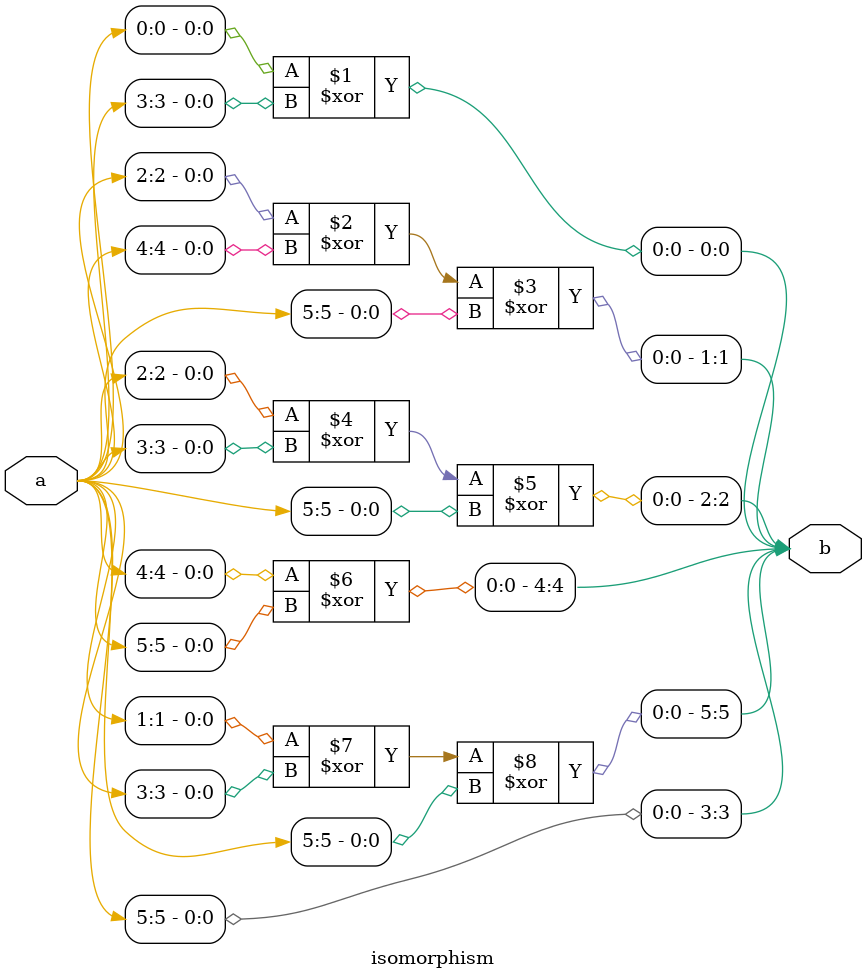
<source format=v>
`timescale 1ns/100ps
module SMS23_13_pp_7_5(x,y);
	 input [5:0] x;
	 output [5:0] y;
	 wire [5:0] w;
	 wire [5:0] p;
	 isomorphism C2 (x,w);
	 power_13 C3 (w,p);
	 inv_isomorphism C4 (p,y);
endmodule

module square_base(a,b);
	 input [1:0] a;
	 output [1:0] b;
	 assign b[0]=a[0]^a[1];
	 assign b[1]=a[1];
endmodule

module add_base(a,b,c);
	 input [1:0] a;
	 input [1:0] b;
	 output [1:0] c;
	 assign c[0]=a[0]^b[0];
	 assign c[1]=a[1]^b[1];
endmodule

module constant_multiplication_base_0(a,b);
	 input [1:0] a;
	 output [1:0] b;
	 assign b[0]=0;
	 assign b[1]=0;
endmodule

module constant_multiplication_base_1(a,b);
	 input [1:0] a;
	 output [1:0] b;
	 assign b[0]=a[0];
	 assign b[1]=a[1];
endmodule

module constant_multiplication_base_2(a,b);
	 input [1:0] a;
	 output [1:0] b;
	 assign b[0]=a[1];
	 assign b[1]=a[0]^a[1];
endmodule

module constant_multiplication_base_3(a,b);
	 input [1:0] a;
	 output [1:0] b;
	 assign b[0]=a[0]^a[1];
	 assign b[1]=a[0];
endmodule

module multiplication_base(a,b,c);
	 input [1:0] a;
	 input [1:0] b;
	 output [1:0] c;
	 wire t;
	 assign t=(a[1]&b[1]);
	 assign c[0]=(a[0]&b[0])^t;
	 assign c[1]=(a[0]&b[1])^(a[1]&b[0])^t;
endmodule

module multi_qube_base(a,b,c);
	 input [1:0] a;
	 input [1:0] b;
	 output [1:0] c;
	 wire t;
	 assign t=a[0]^(~a[0]&a[1]);
	 assign c[0]=t&b[0];
	 assign c[1]=t&b[1];
endmodule

module power_13(a,b);
	 input [5:0] a;
	 output [5:0] b;
	 wire [1:0] x_0;
	 wire [1:0] x_1;
	 wire [1:0] x_2;
	 wire [1:0] x_3;
	 wire [1:0] x_4;
	 wire [1:0] x_5;
	 wire [1:0] x_6;
	 wire [1:0] x_7;
	 wire [1:0] x_8;
	 wire [1:0] x_9;
	 wire [1:0] x_10;
	 wire [1:0] x_11;
	 wire [1:0] x_12;
	 wire [1:0] x_13;
	 wire [1:0] x_14;
	 wire [1:0] y_0;
	 wire [1:0] y_1;
	 wire [1:0] y_2;
	 wire [1:0] y_3;
	 wire [1:0] y_4;
	 wire [1:0] y_5;
	 wire [1:0] w_0_0;
	 wire [1:0] w_0_1;
	 wire [1:0] w_0_2;
	 wire [1:0] w_0_3;
	 wire [1:0] w_0_4;
	 wire [1:0] w_0_5;
	 wire [1:0] w_0_6;
	 wire [1:0] w_0_7;
	 wire [1:0] w_0_8;
	 wire [1:0] w_0_9;
	 wire [1:0] w_0_10;
	 wire [1:0] w_0_11;
	 wire [1:0] w_0_12;
	 wire [1:0] w_0_13;
	 wire [1:0] w_0_14;
	 wire [1:0] w_1_0;
	 wire [1:0] w_1_1;
	 wire [1:0] w_1_2;
	 wire [1:0] w_1_3;
	 wire [1:0] w_1_4;
	 wire [1:0] w_1_5;
	 wire [1:0] w_1_6;
	 wire [1:0] w_1_7;
	 wire [1:0] w_1_8;
	 wire [1:0] w_1_9;
	 wire [1:0] w_1_10;
	 wire [1:0] w_1_11;
	 wire [1:0] w_1_12;
	 wire [1:0] w_1_13;
	 wire [1:0] w_1_14;
	 wire [1:0] w_2_0;
	 wire [1:0] w_2_1;
	 wire [1:0] w_2_2;
	 wire [1:0] w_2_3;
	 wire [1:0] w_2_4;
	 wire [1:0] w_2_5;
	 wire [1:0] w_2_6;
	 wire [1:0] w_2_7;
	 wire [1:0] w_2_8;
	 wire [1:0] w_2_9;
	 wire [1:0] w_2_10;
	 wire [1:0] w_2_11;
	 wire [1:0] w_2_12;
	 wire [1:0] w_2_13;
	 wire [1:0] w_2_14;
	 wire [1:0] z_0_0;
	 wire [1:0] z_0_1;
	 wire [1:0] z_0_2;
	 wire [1:0] z_0_3;
	 wire [1:0] z_0_4;
	 wire [1:0] z_0_5;
	 wire [1:0] z_0_6;
	 wire [1:0] z_0_7;
	 wire [1:0] z_0_8;
	 wire [1:0] z_0_9;
	 wire [1:0] z_0_10;
	 wire [1:0] z_0_11;
	 wire [1:0] z_0_12;
	 wire [1:0] z_0_13;
	 wire [1:0] z_1_0;
	 wire [1:0] z_1_1;
	 wire [1:0] z_1_2;
	 wire [1:0] z_1_3;
	 wire [1:0] z_1_4;
	 wire [1:0] z_1_5;
	 wire [1:0] z_1_6;
	 wire [1:0] z_1_7;
	 wire [1:0] z_1_8;
	 wire [1:0] z_1_9;
	 wire [1:0] z_1_10;
	 wire [1:0] z_1_11;
	 wire [1:0] z_1_12;
	 wire [1:0] z_1_13;
	 wire [1:0] z_2_0;
	 wire [1:0] z_2_1;
	 wire [1:0] z_2_2;
	 wire [1:0] z_2_3;
	 wire [1:0] z_2_4;
	 wire [1:0] z_2_5;
	 wire [1:0] z_2_6;
	 wire [1:0] z_2_7;
	 wire [1:0] z_2_8;
	 wire [1:0] z_2_9;
	 wire [1:0] z_2_10;
	 wire [1:0] z_2_11;
	 wire [1:0] z_2_12;
	 wire [1:0] z_2_13;
	 assign x_0[0]=a[0];
	 assign x_0[1]=a[1];
	 assign x_1[0]=a[2];
	 assign x_1[1]=a[3];
	 assign x_2[0]=a[4];
	 assign x_2[1]=a[5];
	 square_base  SB1 (x_0,y_0);
	 square_base SB2 (x_1,y_1);
	 square_base SB3 (x_2,y_2);
	 multi_qube_base MQB1 (x_0,x_1,x_3);
	 multi_qube_base MQB2 (x_0,x_2,x_4);
	 multi_qube_base MQB3 (x_1,x_0,x_5);
	 multi_qube_base MQB4 (x_1,x_2,x_6);
	 multi_qube_base MQB5 (x_2,x_0,x_7);
	 multi_qube_base MQB6 (x_2,x_1,x_8);
	 multiplication_base MB1 (y_0,y_1,x_9);
	 multiplication_base MB2 (y_0,y_2,x_10);
	 multiplication_base MB3 (y_1,y_2,x_11);
	 multiplication_base MB4 (x_1,x_2,y_3);
	 multiplication_base MB5 (y_0,y_3,x_12);
	 multiplication_base MB6 (x_0,x_2,y_4);
	 multiplication_base MB7 (y_1,y_4,x_13);
	 multiplication_base MB8 (x_0,x_1,y_5);
	 multiplication_base MB9 (y_2,y_5,x_14);
	 constant_multiplication_base_1 MC00 (x_0,w_0_0);
	 constant_multiplication_base_3 MC01 (x_1,w_0_1);
	 constant_multiplication_base_0 MC02 (x_2,w_0_2);
	 constant_multiplication_base_1 MC03 (x_3,w_0_3);
	 constant_multiplication_base_1 MC04 (x_4,w_0_4);
	 constant_multiplication_base_0 MC05 (x_5,w_0_5);
	 constant_multiplication_base_2 MC06 (x_6,w_0_6);
	 constant_multiplication_base_0 MC07 (x_7,w_0_7);
	 constant_multiplication_base_3 MC08 (x_8,w_0_8);
	 constant_multiplication_base_1 MC09 (x_9,w_0_9);
	 constant_multiplication_base_0 MC010 (x_10,w_0_10);
	 constant_multiplication_base_1 MC011 (x_11,w_0_11);
	 constant_multiplication_base_3 MC012 (x_12,w_0_12);
	 constant_multiplication_base_0 MC013 (x_13,w_0_13);
	 constant_multiplication_base_3 MC014 (x_14,w_0_14);
	 constant_multiplication_base_0 MC10 (x_0,w_1_0);
	 constant_multiplication_base_1 MC11 (x_1,w_1_1);
	 constant_multiplication_base_3 MC12 (x_2,w_1_2);
	 constant_multiplication_base_3 MC13 (x_3,w_1_3);
	 constant_multiplication_base_0 MC14 (x_4,w_1_4);
	 constant_multiplication_base_2 MC15 (x_5,w_1_5);
	 constant_multiplication_base_2 MC16 (x_6,w_1_6);
	 constant_multiplication_base_0 MC17 (x_7,w_1_7);
	 constant_multiplication_base_2 MC18 (x_8,w_1_8);
	 constant_multiplication_base_1 MC19 (x_9,w_1_9);
	 constant_multiplication_base_2 MC110 (x_10,w_1_10);
	 constant_multiplication_base_2 MC111 (x_11,w_1_11);
	 constant_multiplication_base_2 MC112 (x_12,w_1_12);
	 constant_multiplication_base_2 MC113 (x_13,w_1_13);
	 constant_multiplication_base_1 MC114 (x_14,w_1_14);
	 constant_multiplication_base_0 MC20 (x_0,w_2_0);
	 constant_multiplication_base_3 MC21 (x_1,w_2_1);
	 constant_multiplication_base_1 MC22 (x_2,w_2_2);
	 constant_multiplication_base_0 MC23 (x_3,w_2_3);
	 constant_multiplication_base_2 MC24 (x_4,w_2_4);
	 constant_multiplication_base_0 MC25 (x_5,w_2_5);
	 constant_multiplication_base_3 MC26 (x_6,w_2_6);
	 constant_multiplication_base_3 MC27 (x_7,w_2_7);
	 constant_multiplication_base_0 MC28 (x_8,w_2_8);
	 constant_multiplication_base_1 MC29 (x_9,w_2_9);
	 constant_multiplication_base_1 MC210 (x_10,w_2_10);
	 constant_multiplication_base_2 MC211 (x_11,w_2_11);
	 constant_multiplication_base_3 MC212 (x_12,w_2_12);
	 constant_multiplication_base_1 MC213 (x_13,w_2_13);
	 constant_multiplication_base_2 MC214 (x_14,w_2_14);
	 add_base AB00 (w_0_0,w_0_1,z_0_0);
	 add_base AB01 (w_0_2,z_0_0,z_0_1);
	 add_base AB02 (w_0_3,z_0_1,z_0_2);
	 add_base AB03 (w_0_4,z_0_2,z_0_3);
	 add_base AB04 (w_0_5,z_0_3,z_0_4);
	 add_base AB05 (w_0_6,z_0_4,z_0_5);
	 add_base AB06 (w_0_7,z_0_5,z_0_6);
	 add_base AB07 (w_0_8,z_0_6,z_0_7);
	 add_base AB08 (w_0_9,z_0_7,z_0_8);
	 add_base AB09 (w_0_10,z_0_8,z_0_9);
	 add_base AB010 (w_0_11,z_0_9,z_0_10);
	 add_base AB011 (w_0_12,z_0_10,z_0_11);
	 add_base AB012 (w_0_13,z_0_11,z_0_12);
	 add_base AB013 (w_0_14,z_0_12,z_0_13);
	 add_base AB10 (w_1_0,w_1_1,z_1_0);
	 add_base AB11 (w_1_2,z_1_0,z_1_1);
	 add_base AB12 (w_1_3,z_1_1,z_1_2);
	 add_base AB13 (w_1_4,z_1_2,z_1_3);
	 add_base AB14 (w_1_5,z_1_3,z_1_4);
	 add_base AB15 (w_1_6,z_1_4,z_1_5);
	 add_base AB16 (w_1_7,z_1_5,z_1_6);
	 add_base AB17 (w_1_8,z_1_6,z_1_7);
	 add_base AB18 (w_1_9,z_1_7,z_1_8);
	 add_base AB19 (w_1_10,z_1_8,z_1_9);
	 add_base AB110 (w_1_11,z_1_9,z_1_10);
	 add_base AB111 (w_1_12,z_1_10,z_1_11);
	 add_base AB112 (w_1_13,z_1_11,z_1_12);
	 add_base AB113 (w_1_14,z_1_12,z_1_13);
	 add_base AB20 (w_2_0,w_2_1,z_2_0);
	 add_base AB21 (w_2_2,z_2_0,z_2_1);
	 add_base AB22 (w_2_3,z_2_1,z_2_2);
	 add_base AB23 (w_2_4,z_2_2,z_2_3);
	 add_base AB24 (w_2_5,z_2_3,z_2_4);
	 add_base AB25 (w_2_6,z_2_4,z_2_5);
	 add_base AB26 (w_2_7,z_2_5,z_2_6);
	 add_base AB27 (w_2_8,z_2_6,z_2_7);
	 add_base AB28 (w_2_9,z_2_7,z_2_8);
	 add_base AB29 (w_2_10,z_2_8,z_2_9);
	 add_base AB210 (w_2_11,z_2_9,z_2_10);
	 add_base AB211 (w_2_12,z_2_10,z_2_11);
	 add_base AB212 (w_2_13,z_2_11,z_2_12);
	 add_base AB213 (w_2_14,z_2_12,z_2_13);
	 assign b[0]=z_0_13[0];
	 assign b[1]=z_0_13[1];
	 assign b[2]=z_1_13[0];
	 assign b[3]=z_1_13[1];
	 assign b[4]=z_2_13[0];
	 assign b[5]=z_2_13[1];
endmodule

module inv_isomorphism(a,b);
	 input [5:0] a;
	 output [5:0] b;
	 assign b[0]=a[3]^a[4];
	 assign b[1]=a[0]^a[1]^a[3]^a[5];
	 assign b[2]=a[2]^a[3]^a[4];
	 assign b[3]=a[4]^a[5];
	 assign b[4]=a[0]^a[3];
	 assign b[5]=a[0]^a[1]^a[3];
endmodule

module isomorphism(a,b);
	 input [5:0] a;
	 output [5:0] b;
	 assign b[0]=a[0]^a[3];
	 assign b[1]=a[2]^a[4]^a[5];
	 assign b[2]=a[2]^a[3]^a[5];
	 assign b[3]=a[5];
	 assign b[4]=a[4]^a[5];
	 assign b[5]=a[1]^a[3]^a[5];
endmodule


</source>
